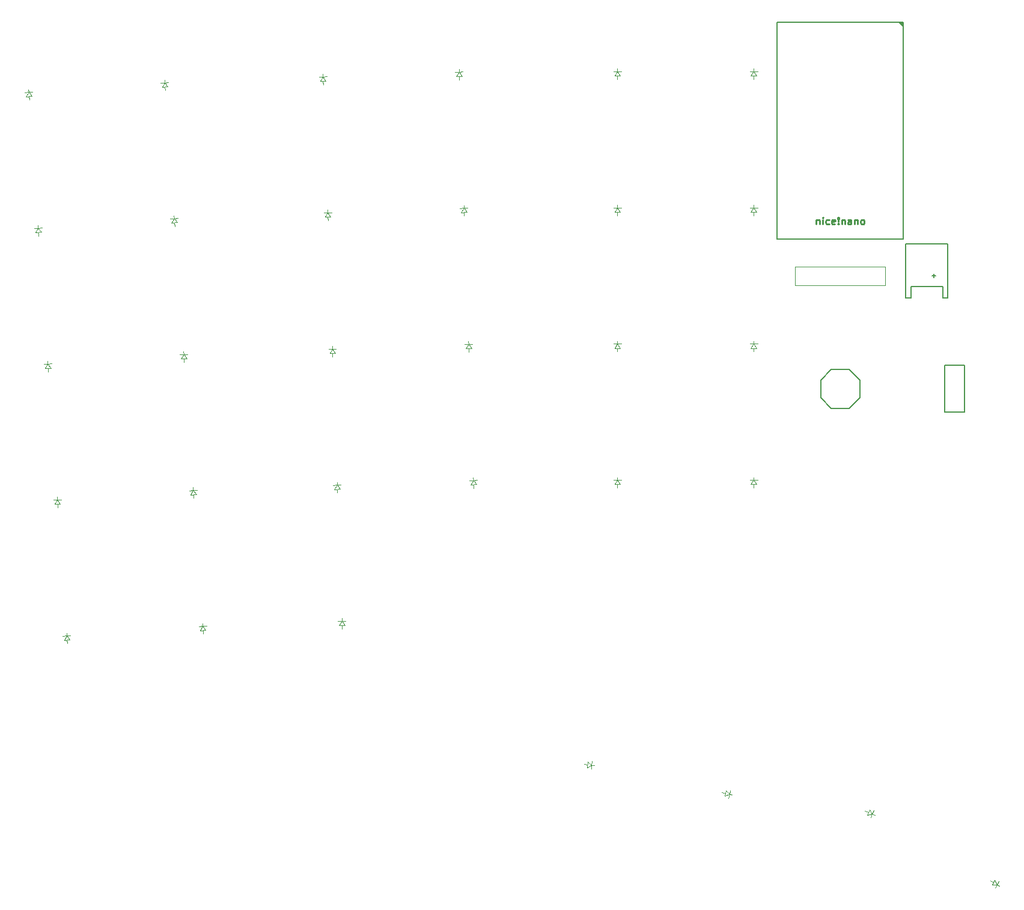
<source format=gbr>
%TF.GenerationSoftware,KiCad,Pcbnew,8.0.2*%
%TF.CreationDate,2024-06-23T16:01:54-05:00*%
%TF.ProjectId,janus,6a616e75-732e-46b6-9963-61645f706362,v1.0.0*%
%TF.SameCoordinates,Original*%
%TF.FileFunction,Legend,Top*%
%TF.FilePolarity,Positive*%
%FSLAX46Y46*%
G04 Gerber Fmt 4.6, Leading zero omitted, Abs format (unit mm)*
G04 Created by KiCad (PCBNEW 8.0.2) date 2024-06-23 16:01:54*
%MOMM*%
%LPD*%
G01*
G04 APERTURE LIST*
%ADD10C,0.250000*%
%ADD11C,0.150000*%
%ADD12C,0.100000*%
%ADD13C,0.200000*%
%ADD14C,0.120000*%
G04 APERTURE END LIST*
D10*
X164135555Y-89601121D02*
X164135555Y-90267788D01*
X164135555Y-89696359D02*
X164183174Y-89648740D01*
X164183174Y-89648740D02*
X164278412Y-89601121D01*
X164278412Y-89601121D02*
X164421269Y-89601121D01*
X164421269Y-89601121D02*
X164516507Y-89648740D01*
X164516507Y-89648740D02*
X164564126Y-89743978D01*
X164564126Y-89743978D02*
X164564126Y-90267788D01*
X165040317Y-90267788D02*
X165040317Y-89601121D01*
X165040317Y-89267788D02*
X164992698Y-89315407D01*
X164992698Y-89315407D02*
X165040317Y-89363026D01*
X165040317Y-89363026D02*
X165087936Y-89315407D01*
X165087936Y-89315407D02*
X165040317Y-89267788D01*
X165040317Y-89267788D02*
X165040317Y-89363026D01*
X165945078Y-90220169D02*
X165849840Y-90267788D01*
X165849840Y-90267788D02*
X165659364Y-90267788D01*
X165659364Y-90267788D02*
X165564126Y-90220169D01*
X165564126Y-90220169D02*
X165516507Y-90172549D01*
X165516507Y-90172549D02*
X165468888Y-90077311D01*
X165468888Y-90077311D02*
X165468888Y-89791597D01*
X165468888Y-89791597D02*
X165516507Y-89696359D01*
X165516507Y-89696359D02*
X165564126Y-89648740D01*
X165564126Y-89648740D02*
X165659364Y-89601121D01*
X165659364Y-89601121D02*
X165849840Y-89601121D01*
X165849840Y-89601121D02*
X165945078Y-89648740D01*
X166754602Y-90220169D02*
X166659364Y-90267788D01*
X166659364Y-90267788D02*
X166468888Y-90267788D01*
X166468888Y-90267788D02*
X166373650Y-90220169D01*
X166373650Y-90220169D02*
X166326031Y-90124930D01*
X166326031Y-90124930D02*
X166326031Y-89743978D01*
X166326031Y-89743978D02*
X166373650Y-89648740D01*
X166373650Y-89648740D02*
X166468888Y-89601121D01*
X166468888Y-89601121D02*
X166659364Y-89601121D01*
X166659364Y-89601121D02*
X166754602Y-89648740D01*
X166754602Y-89648740D02*
X166802221Y-89743978D01*
X166802221Y-89743978D02*
X166802221Y-89839216D01*
X166802221Y-89839216D02*
X166326031Y-89934454D01*
X167230793Y-90172549D02*
X167278412Y-90220169D01*
X167278412Y-90220169D02*
X167230793Y-90267788D01*
X167230793Y-90267788D02*
X167183174Y-90220169D01*
X167183174Y-90220169D02*
X167230793Y-90172549D01*
X167230793Y-90172549D02*
X167230793Y-90267788D01*
X167230793Y-89886835D02*
X167183174Y-89315407D01*
X167183174Y-89315407D02*
X167230793Y-89267788D01*
X167230793Y-89267788D02*
X167278412Y-89315407D01*
X167278412Y-89315407D02*
X167230793Y-89886835D01*
X167230793Y-89886835D02*
X167230793Y-89267788D01*
X167706983Y-89601121D02*
X167706983Y-90267788D01*
X167706983Y-89696359D02*
X167754602Y-89648740D01*
X167754602Y-89648740D02*
X167849840Y-89601121D01*
X167849840Y-89601121D02*
X167992697Y-89601121D01*
X167992697Y-89601121D02*
X168087935Y-89648740D01*
X168087935Y-89648740D02*
X168135554Y-89743978D01*
X168135554Y-89743978D02*
X168135554Y-90267788D01*
X169040316Y-90267788D02*
X169040316Y-89743978D01*
X169040316Y-89743978D02*
X168992697Y-89648740D01*
X168992697Y-89648740D02*
X168897459Y-89601121D01*
X168897459Y-89601121D02*
X168706983Y-89601121D01*
X168706983Y-89601121D02*
X168611745Y-89648740D01*
X169040316Y-90220169D02*
X168945078Y-90267788D01*
X168945078Y-90267788D02*
X168706983Y-90267788D01*
X168706983Y-90267788D02*
X168611745Y-90220169D01*
X168611745Y-90220169D02*
X168564126Y-90124930D01*
X168564126Y-90124930D02*
X168564126Y-90029692D01*
X168564126Y-90029692D02*
X168611745Y-89934454D01*
X168611745Y-89934454D02*
X168706983Y-89886835D01*
X168706983Y-89886835D02*
X168945078Y-89886835D01*
X168945078Y-89886835D02*
X169040316Y-89839216D01*
X169516507Y-89601121D02*
X169516507Y-90267788D01*
X169516507Y-89696359D02*
X169564126Y-89648740D01*
X169564126Y-89648740D02*
X169659364Y-89601121D01*
X169659364Y-89601121D02*
X169802221Y-89601121D01*
X169802221Y-89601121D02*
X169897459Y-89648740D01*
X169897459Y-89648740D02*
X169945078Y-89743978D01*
X169945078Y-89743978D02*
X169945078Y-90267788D01*
X170564126Y-90267788D02*
X170468888Y-90220169D01*
X170468888Y-90220169D02*
X170421269Y-90172549D01*
X170421269Y-90172549D02*
X170373650Y-90077311D01*
X170373650Y-90077311D02*
X170373650Y-89791597D01*
X170373650Y-89791597D02*
X170421269Y-89696359D01*
X170421269Y-89696359D02*
X170468888Y-89648740D01*
X170468888Y-89648740D02*
X170564126Y-89601121D01*
X170564126Y-89601121D02*
X170706983Y-89601121D01*
X170706983Y-89601121D02*
X170802221Y-89648740D01*
X170802221Y-89648740D02*
X170849840Y-89696359D01*
X170849840Y-89696359D02*
X170897459Y-89791597D01*
X170897459Y-89791597D02*
X170897459Y-90077311D01*
X170897459Y-90077311D02*
X170849840Y-90172549D01*
X170849840Y-90172549D02*
X170802221Y-90220169D01*
X170802221Y-90220169D02*
X170706983Y-90267788D01*
X170706983Y-90267788D02*
X170564126Y-90267788D01*
D11*
%TO.C,T1*%
X185042708Y-113468173D02*
X185042705Y-110168175D01*
X185042708Y-113468173D02*
X185042697Y-116768175D01*
X185042705Y-115418173D02*
X185042705Y-111518174D01*
X185042705Y-110168175D02*
X182192705Y-110168174D01*
X182192707Y-116768175D02*
X185042697Y-116768175D01*
X182192705Y-110168174D02*
X182192707Y-116768175D01*
%TO.C,B1*%
X170242715Y-112218172D02*
X170242704Y-114718186D01*
X168742716Y-110718174D02*
X170242715Y-112218172D01*
X168742716Y-110718174D02*
X166242702Y-110718163D01*
X168742706Y-116218185D02*
X170242704Y-114718186D01*
X168742706Y-116218185D02*
X166242692Y-116218174D01*
X166242702Y-110718163D02*
X164742704Y-112218162D01*
X166242692Y-116218174D02*
X164742693Y-114718176D01*
X164742704Y-112218162D02*
X164742693Y-114718176D01*
D12*
%TO.C,D21*%
X136492694Y-107718167D02*
X135692692Y-107718175D01*
X136092693Y-107118176D02*
X136642700Y-107118176D01*
X136092693Y-107118176D02*
X136492694Y-107718167D01*
X136092693Y-107118176D02*
X135542692Y-107118179D01*
X136092693Y-106718175D02*
X136092693Y-107118176D01*
X136092692Y-107718174D02*
X136092691Y-108218175D01*
X135692692Y-107718175D02*
X136092693Y-107118176D01*
%TO.C,D8*%
X75424202Y-109171475D02*
X74626151Y-109227281D01*
X75025176Y-109199379D02*
X75060053Y-109698160D01*
X74983323Y-108600839D02*
X75531990Y-108562473D01*
X74983323Y-108600839D02*
X75424202Y-109171475D01*
X74983323Y-108600839D02*
X74434662Y-108639206D01*
X74955421Y-108201814D02*
X74983323Y-108600839D01*
X74626151Y-109227281D02*
X74983323Y-108600839D01*
%TO.C,D30*%
X172368229Y-173527383D02*
X171997356Y-173377539D01*
X171997356Y-173377539D02*
X172203384Y-172867589D01*
X171997356Y-173377539D02*
X171791325Y-173887492D01*
X171997356Y-173377539D02*
X171291210Y-173523651D01*
X171590886Y-172781907D02*
X171997356Y-173377539D01*
X171441038Y-173152775D02*
X170977453Y-172965473D01*
X171291210Y-173523651D02*
X171590886Y-172781907D01*
%TO.C,D22*%
X136492717Y-88518159D02*
X135692715Y-88518167D01*
X136092716Y-87918168D02*
X136642723Y-87918168D01*
X136092716Y-87918168D02*
X136492717Y-88518159D01*
X136092716Y-87918168D02*
X135542715Y-87918171D01*
X136092716Y-87518167D02*
X136092716Y-87918168D01*
X136092715Y-88518166D02*
X136092714Y-89018167D01*
X135692715Y-88518167D02*
X136092716Y-87918168D01*
%TO.C,D7*%
X76763523Y-128324697D02*
X75965472Y-128380503D01*
X76364497Y-128352601D02*
X76399374Y-128851382D01*
X76322644Y-127754061D02*
X76871311Y-127715695D01*
X76322644Y-127754061D02*
X76763523Y-128324697D01*
X76322644Y-127754061D02*
X75773983Y-127792428D01*
X76294742Y-127355036D02*
X76322644Y-127754061D01*
X75965472Y-128380503D02*
X76322644Y-127754061D01*
%TO.C,D24*%
X155692707Y-126918170D02*
X154892705Y-126918178D01*
X155292706Y-126318179D02*
X155842713Y-126318179D01*
X155292706Y-126318179D02*
X155692707Y-126918170D01*
X155292706Y-126318179D02*
X154742705Y-126318182D01*
X155292706Y-125918178D02*
X155292706Y-126318179D01*
X155292705Y-126918177D02*
X155292704Y-127418178D01*
X154892705Y-126918178D02*
X155292706Y-126318179D01*
%TO.C,D10*%
X72745564Y-70865010D02*
X71947513Y-70920816D01*
X72346538Y-70892914D02*
X72381415Y-71391695D01*
X72304685Y-70294374D02*
X72853352Y-70256008D01*
X72304685Y-70294374D02*
X72745564Y-70865010D01*
X72304685Y-70294374D02*
X71756024Y-70332741D01*
X72276783Y-69895349D02*
X72304685Y-70294374D01*
X71947513Y-70920816D02*
X72304685Y-70294374D01*
%TO.C,D17*%
X115545769Y-107744279D02*
X114746257Y-107772200D01*
X115146013Y-107758239D02*
X115163461Y-108257934D01*
X115125075Y-107158604D02*
X115674745Y-107139409D01*
X115125075Y-107158604D02*
X115545769Y-107744279D01*
X115125075Y-107158604D02*
X114575408Y-107177799D01*
X115111115Y-106758848D02*
X115125075Y-107158604D01*
X114746257Y-107772200D02*
X115125075Y-107158604D01*
%TO.C,D13*%
X96357467Y-108414349D02*
X95557955Y-108442270D01*
X95957711Y-108428309D02*
X95975159Y-108928004D01*
X95936773Y-107828674D02*
X96486443Y-107809479D01*
X95936773Y-107828674D02*
X96357467Y-108414349D01*
X95936773Y-107828674D02*
X95387106Y-107847869D01*
X95922813Y-107428918D02*
X95936773Y-107828674D01*
X95557955Y-108442270D02*
X95936773Y-107828674D01*
%TO.C,D2*%
X57610297Y-129664026D02*
X56812246Y-129719832D01*
X57211271Y-129691930D02*
X57246148Y-130190711D01*
X57169418Y-129093390D02*
X57718085Y-129055024D01*
X57169418Y-129093390D02*
X57610297Y-129664026D01*
X57169418Y-129093390D02*
X56620757Y-129131757D01*
X57141516Y-128694365D02*
X57169418Y-129093390D01*
X56812246Y-129719832D02*
X57169418Y-129093390D01*
%TO.C,D12*%
X97027534Y-127602655D02*
X96228022Y-127630576D01*
X96627778Y-127616615D02*
X96645226Y-128116310D01*
X96606840Y-127016980D02*
X97156510Y-126997785D01*
X96606840Y-127016980D02*
X97027534Y-127602655D01*
X96606840Y-127016980D02*
X96057173Y-127036175D01*
X96592880Y-126617224D02*
X96606840Y-127016980D01*
X96228022Y-127630576D02*
X96606840Y-127016980D01*
%TO.C,D23*%
X136492713Y-69318168D02*
X135692711Y-69318176D01*
X136092712Y-68718177D02*
X136642719Y-68718177D01*
X136092712Y-68718177D02*
X136492713Y-69318168D01*
X136092712Y-68718177D02*
X135542711Y-68718180D01*
X136092712Y-68318176D02*
X136092712Y-68718177D01*
X136092711Y-69318175D02*
X136092710Y-69818176D01*
X135692711Y-69318176D02*
X136092712Y-68718177D01*
%TO.C,D15*%
X95017332Y-70037746D02*
X94217820Y-70065667D01*
X94617576Y-70051706D02*
X94635024Y-70551401D01*
X94596638Y-69452071D02*
X95146308Y-69432876D01*
X94596638Y-69452071D02*
X95017332Y-70037746D01*
X94596638Y-69452071D02*
X94046971Y-69471266D01*
X94582678Y-69052315D02*
X94596638Y-69452071D01*
X94217820Y-70065667D02*
X94596638Y-69452071D01*
%TO.C,D16*%
X116215833Y-126932580D02*
X115416321Y-126960501D01*
X115816077Y-126946540D02*
X115833525Y-127446235D01*
X115795139Y-126346905D02*
X116344809Y-126327710D01*
X115795139Y-126346905D02*
X116215833Y-126932580D01*
X115795139Y-126346905D02*
X115245472Y-126366100D01*
X115781179Y-125947149D02*
X115795139Y-126346905D01*
X115416321Y-126960501D02*
X115795139Y-126346905D01*
%TO.C,D6*%
X78102855Y-147477943D02*
X77304804Y-147533749D01*
X77703829Y-147505847D02*
X77738706Y-148004628D01*
X77661976Y-146907307D02*
X78210643Y-146868941D01*
X77661976Y-146907307D02*
X78102855Y-147477943D01*
X77661976Y-146907307D02*
X77113315Y-146945674D01*
X77634074Y-146508282D02*
X77661976Y-146907307D01*
X77304804Y-147533749D02*
X77661976Y-146907307D01*
D13*
%TO.C,MCU1*%
X176382693Y-61823172D02*
X176382698Y-92313169D01*
X158602703Y-92313166D01*
X158602698Y-61823169D01*
X176382693Y-61823172D01*
D12*
X176382698Y-62463169D02*
X175747699Y-61828170D01*
X176382697Y-61828170D01*
X176382698Y-62463169D01*
G36*
X176382698Y-62463169D02*
G01*
X175747699Y-61828170D01*
X176382697Y-61828170D01*
X176382698Y-62463169D01*
G37*
%TO.C,D20*%
X136492699Y-126918165D02*
X135692697Y-126918173D01*
X136092698Y-126318174D02*
X136642705Y-126318174D01*
X136092698Y-126318174D02*
X136492699Y-126918165D01*
X136092698Y-126318174D02*
X135542697Y-126318177D01*
X136092698Y-125918173D02*
X136092698Y-126318174D01*
X136092697Y-126918172D02*
X136092696Y-127418173D01*
X135692697Y-126918173D02*
X136092698Y-126318174D01*
%TO.C,D9*%
X74084889Y-90018245D02*
X73286838Y-90074051D01*
X73685863Y-90046149D02*
X73720740Y-90544930D01*
X73644010Y-89447609D02*
X74192677Y-89409243D01*
X73644010Y-89447609D02*
X74084889Y-90018245D01*
X73644010Y-89447609D02*
X73095349Y-89485976D01*
X73616108Y-89048584D02*
X73644010Y-89447609D01*
X73286838Y-90074051D02*
X73644010Y-89447609D01*
%TO.C,D27*%
X155692706Y-69318173D02*
X154892704Y-69318181D01*
X155292705Y-68718182D02*
X155842712Y-68718182D01*
X155292705Y-68718182D02*
X155692706Y-69318173D01*
X155292705Y-68718182D02*
X154742704Y-68718185D01*
X155292705Y-68318181D02*
X155292705Y-68718182D01*
X155292704Y-69318180D02*
X155292703Y-69818181D01*
X154892704Y-69318181D02*
X155292705Y-68718182D01*
%TO.C,D3*%
X56270962Y-110510798D02*
X55472911Y-110566604D01*
X55871936Y-110538702D02*
X55906813Y-111037483D01*
X55830083Y-109940162D02*
X56378750Y-109901796D01*
X55830083Y-109940162D02*
X56270962Y-110510798D01*
X55830083Y-109940162D02*
X55281422Y-109978529D01*
X55802181Y-109541137D02*
X55830083Y-109940162D01*
X55472911Y-110566604D02*
X55830083Y-109940162D01*
%TO.C,D26*%
X155692712Y-88518160D02*
X154892710Y-88518168D01*
X155292711Y-87918169D02*
X155842718Y-87918169D01*
X155292711Y-87918169D02*
X155692712Y-88518160D01*
X155292711Y-87918169D02*
X154742710Y-87918172D01*
X155292711Y-87518168D02*
X155292711Y-87918169D01*
X155292710Y-88518167D02*
X155292709Y-89018168D01*
X154892710Y-88518168D02*
X155292711Y-87918169D01*
%TO.C,D29*%
X152258391Y-170694894D02*
X151870267Y-170598126D01*
X151870267Y-170598126D02*
X152003325Y-170064464D01*
X151870267Y-170598126D02*
X151737215Y-171131791D01*
X151870267Y-170598126D02*
X151191336Y-170841089D01*
X151384866Y-170064854D02*
X151870267Y-170598126D01*
X151288097Y-170452973D02*
X150802949Y-170332012D01*
X151191336Y-170841089D02*
X151384866Y-170064854D01*
%TO.C,D18*%
X114875704Y-88555966D02*
X114076192Y-88583887D01*
X114475948Y-88569926D02*
X114493396Y-89069621D01*
X114455010Y-87970291D02*
X115004680Y-87951096D01*
X114455010Y-87970291D02*
X114875704Y-88555966D01*
X114455010Y-87970291D02*
X113905343Y-87989486D01*
X114441050Y-87570535D02*
X114455010Y-87970291D01*
X114076192Y-88583887D02*
X114455010Y-87970291D01*
D11*
%TO.C,JST1*%
X182642708Y-100618170D02*
X182642708Y-93018170D01*
X182642708Y-93018170D02*
X176742708Y-93018170D01*
X181942715Y-99018171D02*
X181942708Y-100618171D01*
X181942708Y-100618171D02*
X182642708Y-100618170D01*
X180942709Y-97518171D02*
X180442709Y-97518169D01*
X180692709Y-97768170D02*
X180692707Y-97268170D01*
X177442708Y-100618171D02*
X177442707Y-99018170D01*
X177442707Y-99018170D02*
X181942715Y-99018171D01*
X176742708Y-100618167D02*
X177442708Y-100618171D01*
X176742708Y-93018170D02*
X176742708Y-100618167D01*
D12*
%TO.C,D5*%
X53592337Y-72204332D02*
X52794286Y-72260138D01*
X53193311Y-72232236D02*
X53228188Y-72731017D01*
X53151458Y-71633696D02*
X53700125Y-71595330D01*
X53151458Y-71633696D02*
X53592337Y-72204332D01*
X53151458Y-71633696D02*
X52602797Y-71672063D01*
X53123556Y-71234671D02*
X53151458Y-71633696D01*
X52794286Y-72260138D02*
X53151458Y-71633696D01*
%TO.C,D1*%
X58949625Y-148817252D02*
X58151574Y-148873058D01*
X58550599Y-148845156D02*
X58585476Y-149343937D01*
X58508746Y-148246616D02*
X59057413Y-148208250D01*
X58508746Y-148246616D02*
X58949625Y-148817252D01*
X58508746Y-148246616D02*
X57960085Y-148284983D01*
X58480844Y-147847591D02*
X58508746Y-148246616D01*
X58151574Y-148873058D02*
X58508746Y-148246616D01*
%TO.C,D11*%
X97697616Y-146790944D02*
X96898104Y-146818865D01*
X97297860Y-146804904D02*
X97315308Y-147304599D01*
X97276922Y-146205269D02*
X97826592Y-146186074D01*
X97276922Y-146205269D02*
X97697616Y-146790944D01*
X97276922Y-146205269D02*
X96727255Y-146224464D01*
X97262962Y-145805513D02*
X97276922Y-146205269D01*
X96898104Y-146818865D02*
X97276922Y-146205269D01*
%TO.C,D19*%
X114205641Y-69367673D02*
X113406129Y-69395594D01*
X113805885Y-69381633D02*
X113823333Y-69881328D01*
X113784947Y-68781998D02*
X114334617Y-68762803D01*
X113784947Y-68781998D02*
X114205641Y-69367673D01*
X113784947Y-68781998D02*
X113235280Y-68801193D01*
X113770987Y-68382242D02*
X113784947Y-68781998D01*
X113406129Y-69395594D02*
X113784947Y-68781998D01*
%TO.C,D28*%
X132864985Y-166524432D02*
X132467169Y-166482622D01*
X132467169Y-166482622D02*
X132524663Y-165935634D01*
X132467169Y-166482622D02*
X132409673Y-167029609D01*
X132467169Y-166482622D02*
X131828652Y-166817698D01*
X131912274Y-166022095D02*
X132467169Y-166482622D01*
X131870462Y-166419903D02*
X131373201Y-166367640D01*
X131828652Y-166817698D02*
X131912274Y-166022095D01*
%TO.C,D25*%
X155692711Y-107718165D02*
X154892709Y-107718173D01*
X155292710Y-107118174D02*
X155842717Y-107118174D01*
X155292710Y-107118174D02*
X155692711Y-107718165D01*
X155292710Y-107118174D02*
X154742709Y-107118177D01*
X155292710Y-106718173D02*
X155292710Y-107118174D01*
X155292709Y-107718172D02*
X155292708Y-108218173D01*
X154892709Y-107718173D02*
X155292710Y-107118174D01*
%TO.C,D4*%
X54931646Y-91357559D02*
X54133595Y-91413365D01*
X54532620Y-91385463D02*
X54567497Y-91884244D01*
X54490767Y-90786923D02*
X55039434Y-90748557D01*
X54490767Y-90786923D02*
X54931646Y-91357559D01*
X54490767Y-90786923D02*
X53942106Y-90825290D01*
X54462865Y-90387898D02*
X54490767Y-90786923D01*
X54133595Y-91413365D02*
X54490767Y-90786923D01*
%TO.C,D14*%
X95687406Y-89226043D02*
X94887894Y-89253964D01*
X95287650Y-89240003D02*
X95305098Y-89739698D01*
X95266712Y-88640368D02*
X95816382Y-88621173D01*
X95266712Y-88640368D02*
X95687406Y-89226043D01*
X95266712Y-88640368D02*
X94717045Y-88659563D01*
X95252752Y-88240612D02*
X95266712Y-88640368D01*
X94887894Y-89253964D02*
X95266712Y-88640368D01*
%TO.C,D31*%
X189935962Y-183539359D02*
X189589552Y-183339360D01*
X189589552Y-183339360D02*
X189864548Y-182863045D01*
X189589552Y-183339360D02*
X189314548Y-183815674D01*
X189589552Y-183339360D02*
X188869937Y-183385771D01*
X189269937Y-182692949D02*
X189589552Y-183339360D01*
X189069937Y-183039359D02*
X188636924Y-182789359D01*
X188869937Y-183385771D02*
X189269937Y-182692949D01*
D14*
%TO.C,OLED1*%
X173842702Y-98848171D02*
X161142702Y-98848172D01*
X161142702Y-96248172D01*
X173842702Y-96248172D01*
X173842702Y-98848171D01*
%TD*%
M02*

</source>
